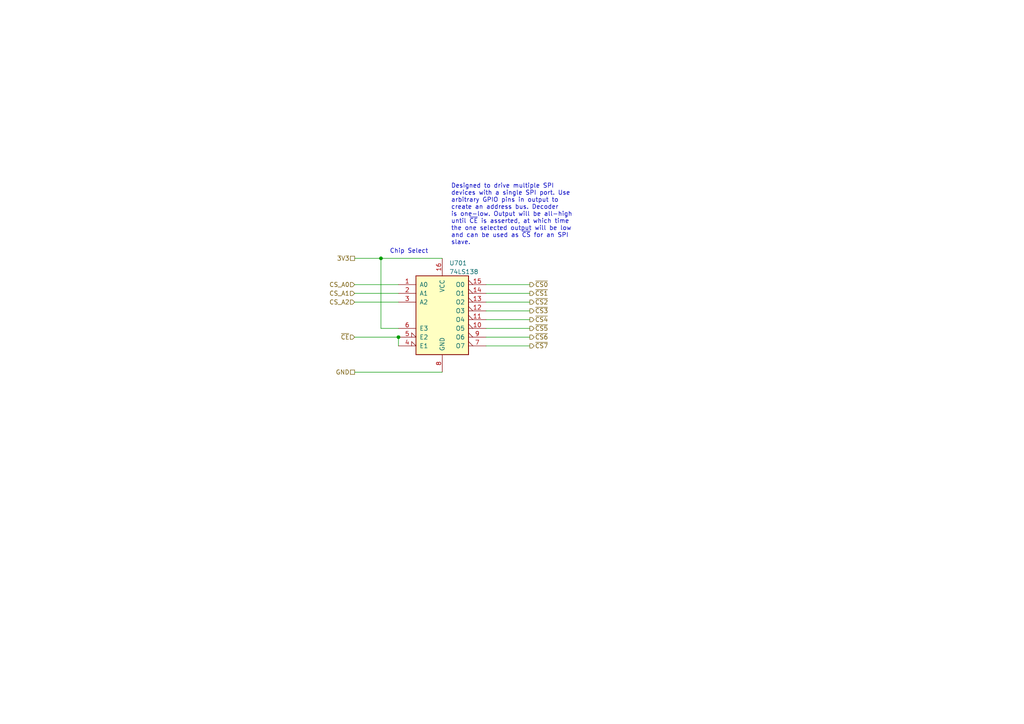
<source format=kicad_sch>
(kicad_sch (version 20211123) (generator eeschema)
  (paper "A4")
  (lib_symbols
    (symbol "74xx:74LS138" (pin_names (offset 1.016))
      (property "Reference" "U" (at -7.62 11.43 0))
      (property "Value" "74LS138" (at -7.62 -13.97 0))
      (symbol "74LS138_1_0"
        (pin input line (at -12.7 7.62 0) (length 5.08) (name "A0") (number "1"))
        (pin output output_low (at 12.7 -5.08 180) (length 5.08) (name "O5") (number "10"))
        (pin output output_low (at 12.7 -2.54 180) (length 5.08) (name "O4") (number "11"))
        (pin output output_low (at 12.7 0 180) (length 5.08) (name "O3") (number "12"))
        (pin output output_low (at 12.7 2.54 180) (length 5.08) (name "O2") (number "13"))
        (pin output output_low (at 12.7 5.08 180) (length 5.08) (name "O1") (number "14"))
        (pin output output_low (at 12.7 7.62 180) (length 5.08) (name "O0") (number "15"))
        (pin power_in line (at 0 15.24 270) (length 5.08) (name "VCC") (number "16"))
        (pin input line (at -12.7 5.08 0) (length 5.08) (name "A1") (number "2"))
        (pin input line (at -12.7 2.54 0) (length 5.08) (name "A2") (number "3"))
        (pin input input_low (at -12.7 -10.16 0) (length 5.08) (name "E1") (number "4"))
        (pin input input_low (at -12.7 -7.62 0) (length 5.08) (name "E2") (number "5"))
        (pin input line (at -12.7 -5.08 0) (length 5.08) (name "E3") (number "6"))
        (pin output output_low (at 12.7 -10.16 180) (length 5.08) (name "O7") (number "7"))
        (pin power_in line (at 0 -17.78 90) (length 5.08) (name "GND") (number "8"))
        (pin output output_low (at 12.7 -7.62 180) (length 5.08) (name "O6") (number "9"))
      )
      (symbol "74LS138_1_1"
        (rectangle (start -7.62 10.16) (end 7.62 -12.7) (stroke (width 0.254)) (fill (type background)))
      )
    )
  )
  (junction (at 110.49 74.93))
  (junction (at 115.57 97.79))
  (wire (pts (xy 102.87 85.09) (xy 115.57 85.09)))
  (wire (pts (xy 140.97 92.71) (xy 153.67 92.71)))
  (wire (pts (xy 140.97 90.17) (xy 153.67 90.17)))
  (wire (pts (xy 140.97 87.63) (xy 153.67 87.63)))
  (wire (pts (xy 115.57 97.79) (xy 115.57 100.33)))
  (wire (pts (xy 102.87 107.95) (xy 128.27 107.95)))
  (wire (pts (xy 140.97 82.55) (xy 153.67 82.55)))
  (wire (pts (xy 102.87 87.63) (xy 115.57 87.63)))
  (wire (pts (xy 140.97 95.25) (xy 153.67 95.25)))
  (wire (pts (xy 102.87 74.93) (xy 110.49 74.93)))
  (wire (pts (xy 140.97 97.79) (xy 153.67 97.79)))
  (wire (pts (xy 110.49 74.93) (xy 128.27 74.93)))
  (wire (pts (xy 110.49 74.93) (xy 110.49 95.25)))
  (wire (pts (xy 110.49 95.25) (xy 115.57 95.25)))
  (wire (pts (xy 140.97 85.09) (xy 153.67 85.09)))
  (wire (pts (xy 102.87 82.55) (xy 115.57 82.55)))
  (wire (pts (xy 102.87 97.79) (xy 115.57 97.79)))
  (wire (pts (xy 140.97 100.33) (xy 153.67 100.33)))
  (text "Chip Select" (at 113.03 73.66 0) (effects (font (size 1.27 1.27)) (justify left bottom)))
  (text "Designed to drive multiple SPI\ndevices with a single SPI port. Use\narbitrary GPIO pins in output to\ncreate an address bus. Decoder\nis one-low. Output will be all-high\nuntil ~{CE} is asserted, at which time\nthe one selected output will be low\nand can be used as ~{CS} for an SPI\nslave." (at 130.81 71.12 0) (effects (font (size 1.27 1.27)) (justify left bottom)))
  (hierarchical_label "~{CS7}" (shape output) (at 153.67 100.33 0))
  (hierarchical_label "~{CS4}" (shape output) (at 153.67 92.71 0))
  (hierarchical_label "CS_A0" (shape input) (at 102.87 82.55 180))
  (hierarchical_label "~{CS3}" (shape output) (at 153.67 90.17 0))
  (hierarchical_label "GND" (shape passive) (at 102.87 107.95 180))
  (hierarchical_label "~{CS2}" (shape output) (at 153.67 87.63 0))
  (hierarchical_label "CS_A2" (shape input) (at 102.87 87.63 180))
  (hierarchical_label "~{CS5}" (shape output) (at 153.67 95.25 0))
  (hierarchical_label "~{CS0}" (shape output) (at 153.67 82.55 0))
  (hierarchical_label "3V3" (shape passive) (at 102.87 74.93 180))
  (hierarchical_label "CS_A1" (shape input) (at 102.87 85.09 180))
  (hierarchical_label "~{CS6}" (shape output) (at 153.67 97.79 0))
  (hierarchical_label "~{CS1}" (shape output) (at 153.67 85.09 0))
  (hierarchical_label "~{CE}" (shape input) (at 102.87 97.79 180))
  (symbol (lib_id "74xx:74LS138") (at 128.27 90.17 0) (unit 1)
    (property "Reference" "U701" (at 130.2894 76.3102 0) (effects (justify left)))
    (property "Value" "74LS138" (at 130.2894 78.8471 0) (effects (justify left)))
    (property "Footprint" "Package_SO:TSSOP-16_4.4x5mm_P0.65mm" (effects hide))
    (property "Datasheet" "http://www.ti.com/lit/gpn/sn74LS138" (effects hide))
    (property "Mouser" "771-74LVC138APW-T" (effects hide))
    (property "Purpose" "SPI Chip Select Decoder" (effects hide))
  )
)
</source>
